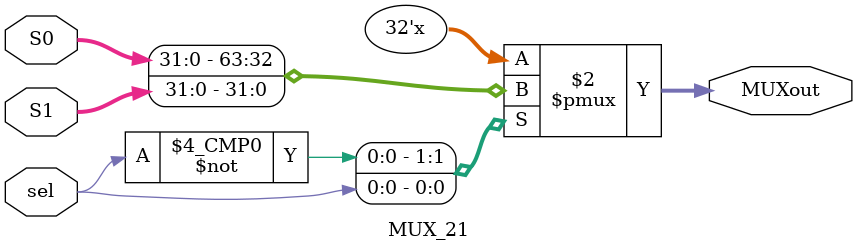
<source format=v>
module MUX_21 (
    input sel,
    input [31:0] S0,S1,
    output reg [31:0] MUXout
);

    always@(*) begin

        case (sel)
            1'b0 : MUXout = S0 ;
            1'b1 : MUXout = S1 ;
            default: MUXout = S0 ;
        endcase

    end
    
endmodule
</source>
